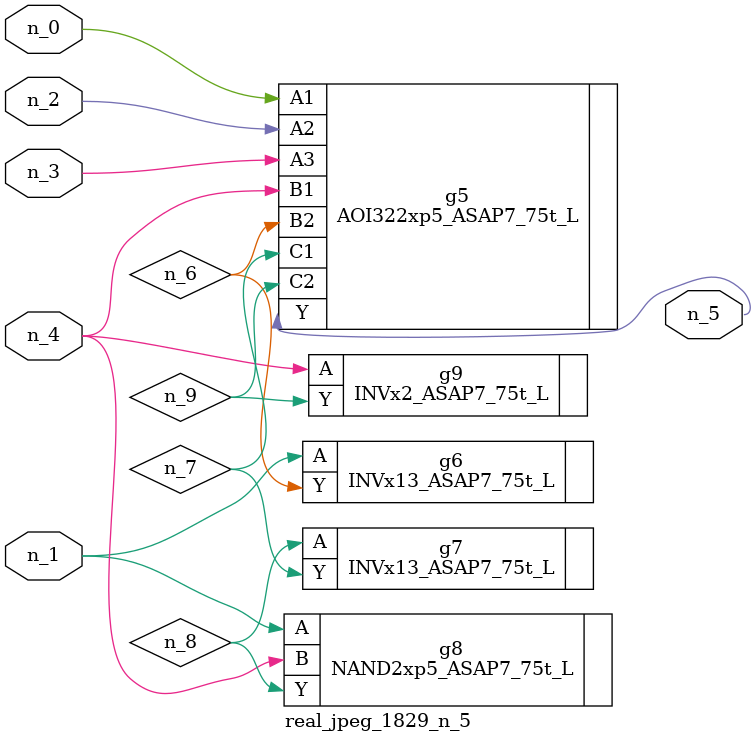
<source format=v>
module real_jpeg_1829_n_5 (n_4, n_0, n_1, n_2, n_3, n_5);

input n_4;
input n_0;
input n_1;
input n_2;
input n_3;

output n_5;

wire n_8;
wire n_6;
wire n_7;
wire n_9;

AOI322xp5_ASAP7_75t_L g5 ( 
.A1(n_0),
.A2(n_2),
.A3(n_3),
.B1(n_4),
.B2(n_6),
.C1(n_7),
.C2(n_9),
.Y(n_5)
);

INVx13_ASAP7_75t_L g6 ( 
.A(n_1),
.Y(n_6)
);

NAND2xp5_ASAP7_75t_L g8 ( 
.A(n_1),
.B(n_4),
.Y(n_8)
);

INVx2_ASAP7_75t_L g9 ( 
.A(n_4),
.Y(n_9)
);

INVx13_ASAP7_75t_L g7 ( 
.A(n_8),
.Y(n_7)
);


endmodule
</source>
